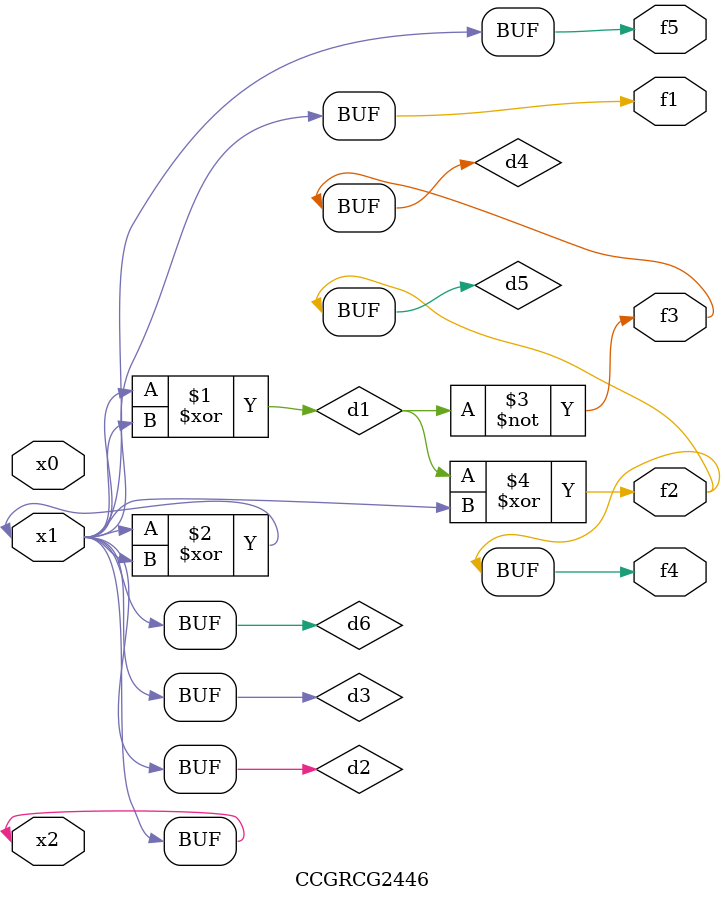
<source format=v>
module CCGRCG2446(
	input x0, x1, x2,
	output f1, f2, f3, f4, f5
);

	wire d1, d2, d3, d4, d5, d6;

	xor (d1, x1, x2);
	buf (d2, x1, x2);
	xor (d3, x1, x2);
	nor (d4, d1);
	xor (d5, d1, d2);
	buf (d6, d2, d3);
	assign f1 = d6;
	assign f2 = d5;
	assign f3 = d4;
	assign f4 = d5;
	assign f5 = d6;
endmodule

</source>
